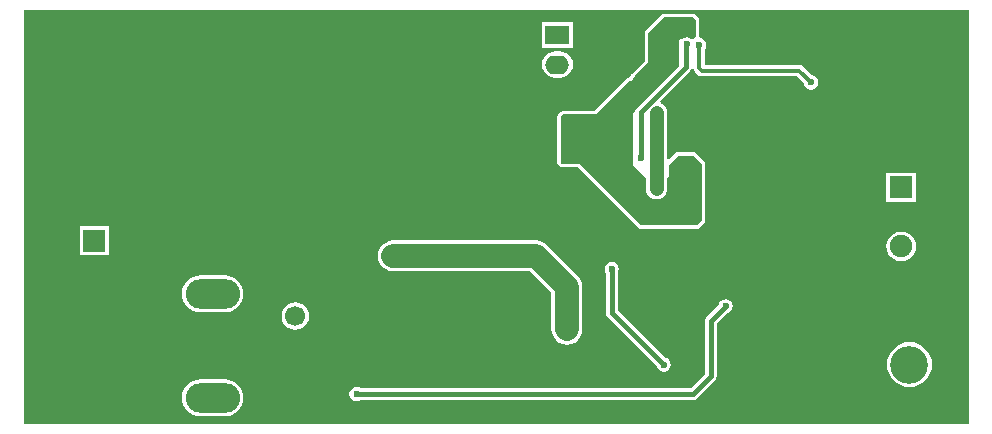
<source format=gbl>
G04*
G04 #@! TF.GenerationSoftware,Altium Limited,Altium Designer,20.2.4 (192)*
G04*
G04 Layer_Physical_Order=2*
G04 Layer_Color=16711680*
%FSLAX44Y44*%
%MOMM*%
G71*
G04*
G04 #@! TF.SameCoordinates,784D42F2-C5A6-4340-B429-8165139C0F3B*
G04*
G04*
G04 #@! TF.FilePolarity,Positive*
G04*
G01*
G75*
%ADD10C,0.5000*%
%ADD57C,1.9000*%
%ADD62C,0.3556*%
%ADD63C,0.3810*%
%ADD64R,1.9000X1.9000*%
%ADD65O,2.0000X1.6000*%
%ADD66R,2.0000X1.6000*%
%ADD67C,7.4000*%
%ADD68O,4.6000X2.5000*%
%ADD69C,1.7000*%
%ADD70R,1.7000X1.7000*%
%ADD71C,3.2000*%
%ADD72C,0.6000*%
%ADD73C,1.2000*%
%ADD74C,2.0000*%
G36*
X800000Y0D02*
X0D01*
Y350000D01*
X800000D01*
Y0D01*
D02*
G37*
%LPC*%
G36*
X465000Y340400D02*
X439000D01*
Y318400D01*
X465000D01*
Y340400D01*
D02*
G37*
G36*
X454000Y315095D02*
X450000D01*
X447128Y314717D01*
X444453Y313608D01*
X442155Y311845D01*
X440392Y309548D01*
X439283Y306872D01*
X438905Y304000D01*
X439283Y301128D01*
X440392Y298452D01*
X442155Y296155D01*
X444453Y294391D01*
X447128Y293283D01*
X450000Y292905D01*
X454000D01*
X456872Y293283D01*
X459548Y294391D01*
X461845Y296155D01*
X463609Y298452D01*
X464717Y301128D01*
X465095Y304000D01*
X464717Y306872D01*
X463609Y309548D01*
X461845Y311845D01*
X459548Y313608D01*
X456872Y314717D01*
X454000Y315095D01*
D02*
G37*
G36*
X567000Y347059D02*
X567000Y347059D01*
X542000D01*
X540830Y346826D01*
X539837Y346163D01*
X526837Y333163D01*
X526174Y332170D01*
X525941Y331000D01*
X525941Y331000D01*
Y307267D01*
X515083Y296409D01*
X514916Y296158D01*
X514703Y295945D01*
X514587Y295667D01*
X514420Y295417D01*
X514361Y295121D01*
X514265Y294890D01*
X513601Y293895D01*
X512607Y293231D01*
X512375Y293135D01*
X512080Y293076D01*
X511829Y292909D01*
X511551Y292793D01*
X511338Y292580D01*
X511087Y292413D01*
X483733Y265059D01*
X457000D01*
X457000Y265059D01*
X455829Y264826D01*
X454837Y264163D01*
X454837Y264163D01*
X452837Y262163D01*
X452837Y262163D01*
X452174Y261171D01*
X451941Y260000D01*
X451941Y260000D01*
Y221000D01*
X451941Y221000D01*
X452174Y219830D01*
X452837Y218837D01*
X452837Y218837D01*
X453837Y217837D01*
X454829Y217174D01*
X456000Y216941D01*
X456000Y216941D01*
X469733D01*
X520837Y165837D01*
X521829Y165174D01*
X523000Y164941D01*
X523000Y164941D01*
X570000D01*
X570000Y164941D01*
X571171Y165174D01*
X572163Y165837D01*
X572163Y165837D01*
X576163Y169837D01*
X576826Y170830D01*
X577059Y172000D01*
X577059Y172000D01*
Y220000D01*
X576826Y221171D01*
X576163Y222163D01*
X569163Y229163D01*
X568171Y229826D01*
X567000Y230059D01*
X567000Y230059D01*
X554000D01*
X552830Y229826D01*
X551837Y229163D01*
X546251Y223577D01*
X545078Y224063D01*
Y263000D01*
X544768Y265350D01*
X543861Y267539D01*
X542419Y269419D01*
X540539Y270861D01*
X539260Y271391D01*
X538962Y272889D01*
X564379Y298307D01*
X565463Y299929D01*
X565710Y301168D01*
X566979Y301083D01*
X566980Y301083D01*
X567351Y299219D01*
X568407Y297638D01*
X570490Y295555D01*
X570490Y295555D01*
X572070Y294499D01*
X573934Y294128D01*
X573935Y294128D01*
X654482D01*
X660574Y288036D01*
X660848Y286659D01*
X662174Y284674D01*
X664159Y283348D01*
X666500Y282882D01*
X668841Y283348D01*
X670826Y284674D01*
X672152Y286659D01*
X672618Y289000D01*
X672152Y291341D01*
X670826Y293326D01*
X668841Y294652D01*
X667464Y294926D01*
X659945Y302445D01*
X658364Y303501D01*
X656500Y303872D01*
X656500Y303872D01*
X576723D01*
Y317008D01*
X577503Y318176D01*
X577969Y320517D01*
X577503Y322858D01*
X576177Y324843D01*
X574192Y326169D01*
X572960Y326414D01*
X572032Y327867D01*
X572059Y328000D01*
X572059Y328000D01*
Y342000D01*
X571826Y343171D01*
X571163Y344163D01*
X569163Y346163D01*
X568171Y346826D01*
X567000Y347059D01*
D02*
G37*
G36*
X755500Y212500D02*
X730500D01*
Y187500D01*
X755500D01*
Y212500D01*
D02*
G37*
G36*
X72500Y167500D02*
X47500D01*
Y142500D01*
X72500D01*
Y167500D01*
D02*
G37*
G36*
X743000Y162608D02*
X739737Y162178D01*
X736696Y160919D01*
X734085Y158915D01*
X732081Y156304D01*
X730822Y153263D01*
X730392Y150000D01*
X730822Y146737D01*
X732081Y143696D01*
X734085Y141085D01*
X736696Y139081D01*
X739737Y137822D01*
X743000Y137392D01*
X746263Y137822D01*
X749304Y139081D01*
X751915Y141085D01*
X753919Y143696D01*
X755178Y146737D01*
X755608Y150000D01*
X755178Y153263D01*
X753919Y156304D01*
X751915Y158915D01*
X749304Y160919D01*
X746263Y162178D01*
X743000Y162608D01*
D02*
G37*
G36*
X170500Y125575D02*
X149500D01*
X146461Y125276D01*
X143540Y124389D01*
X140847Y122950D01*
X138487Y121013D01*
X136550Y118653D01*
X135111Y115960D01*
X134224Y113039D01*
X133925Y110000D01*
X134224Y106961D01*
X135111Y104040D01*
X136550Y101347D01*
X138487Y98987D01*
X140847Y97050D01*
X143540Y95611D01*
X146461Y94724D01*
X149500Y94425D01*
X170500D01*
X173538Y94724D01*
X176460Y95611D01*
X179153Y97050D01*
X181513Y98987D01*
X183450Y101347D01*
X184889Y104040D01*
X185776Y106961D01*
X186075Y110000D01*
X185776Y113039D01*
X184889Y115960D01*
X183450Y118653D01*
X181513Y121013D01*
X179153Y122950D01*
X176460Y124389D01*
X173538Y125276D01*
X170500Y125575D01*
D02*
G37*
G36*
X230000Y102599D02*
X226998Y102204D01*
X224200Y101045D01*
X221798Y99202D01*
X219955Y96800D01*
X218796Y94002D01*
X218401Y91000D01*
X218796Y87998D01*
X219955Y85200D01*
X221798Y82798D01*
X224200Y80955D01*
X226998Y79796D01*
X230000Y79401D01*
X233002Y79796D01*
X235800Y80955D01*
X238202Y82798D01*
X240045Y85200D01*
X241204Y87998D01*
X241599Y91000D01*
X241204Y94002D01*
X240045Y96800D01*
X238202Y99202D01*
X235800Y101045D01*
X233002Y102204D01*
X230000Y102599D01*
D02*
G37*
G36*
X434000Y155112D02*
X434000Y155112D01*
X313000D01*
X309606Y154665D01*
X306444Y153356D01*
X303728Y151272D01*
X301644Y148556D01*
X300335Y145394D01*
X299888Y142000D01*
X300335Y138606D01*
X301644Y135444D01*
X303728Y132728D01*
X306444Y130645D01*
X309606Y129335D01*
X313000Y128888D01*
X428569D01*
X446888Y110569D01*
Y80000D01*
X447335Y76606D01*
X448644Y73444D01*
X450728Y70728D01*
X453444Y68644D01*
X456606Y67335D01*
X460000Y66888D01*
X463394Y67335D01*
X466556Y68644D01*
X469272Y70728D01*
X471356Y73444D01*
X472665Y76606D01*
X473112Y80000D01*
Y116000D01*
X472665Y119394D01*
X471356Y122556D01*
X469272Y125272D01*
X443272Y151272D01*
X440556Y153356D01*
X437394Y154665D01*
X434000Y155112D01*
D02*
G37*
G36*
X498000Y137118D02*
X495659Y136652D01*
X493674Y135326D01*
X492348Y133341D01*
X491883Y131000D01*
X492348Y128659D01*
X492999Y127685D01*
Y94000D01*
X493380Y92086D01*
X494464Y90464D01*
X536120Y48808D01*
X536348Y47659D01*
X537674Y45674D01*
X539659Y44348D01*
X542000Y43882D01*
X544341Y44348D01*
X546326Y45674D01*
X547652Y47659D01*
X548117Y50000D01*
X547652Y52341D01*
X546326Y54326D01*
X544341Y55652D01*
X543192Y55880D01*
X503001Y96072D01*
Y127685D01*
X503652Y128659D01*
X504118Y131000D01*
X503652Y133341D01*
X502326Y135326D01*
X500341Y136652D01*
X498000Y137118D01*
D02*
G37*
G36*
X750000Y69092D02*
X746275Y68725D01*
X742694Y67639D01*
X739393Y65874D01*
X736500Y63500D01*
X734126Y60607D01*
X732361Y57306D01*
X731275Y53725D01*
X730908Y50000D01*
X731275Y46275D01*
X732361Y42694D01*
X734126Y39393D01*
X736500Y36500D01*
X739393Y34126D01*
X742694Y32361D01*
X746275Y31275D01*
X750000Y30908D01*
X753725Y31275D01*
X757306Y32361D01*
X760607Y34126D01*
X763500Y36500D01*
X765874Y39393D01*
X767639Y42694D01*
X768725Y46275D01*
X769092Y50000D01*
X768725Y53725D01*
X767639Y57306D01*
X765874Y60607D01*
X763500Y63500D01*
X760607Y65874D01*
X757306Y67639D01*
X753725Y68725D01*
X750000Y69092D01*
D02*
G37*
G36*
X594253Y105564D02*
X591912Y105098D01*
X589928Y103772D01*
X588601Y101787D01*
X588373Y100639D01*
X578464Y90729D01*
X577380Y89107D01*
X576999Y87193D01*
Y42071D01*
X564929Y30001D01*
X285315D01*
X284341Y30652D01*
X282000Y31117D01*
X279659Y30652D01*
X277674Y29326D01*
X276348Y27341D01*
X275882Y25000D01*
X276348Y22659D01*
X277674Y20674D01*
X279659Y19348D01*
X282000Y18882D01*
X284341Y19348D01*
X285315Y19999D01*
X567000D01*
X568914Y20380D01*
X570536Y21464D01*
X585536Y36464D01*
X586620Y38086D01*
X587001Y40000D01*
Y85121D01*
X595446Y93566D01*
X596595Y93794D01*
X598579Y95121D01*
X599905Y97105D01*
X600371Y99446D01*
X599905Y101787D01*
X598579Y103772D01*
X596595Y105098D01*
X594253Y105564D01*
D02*
G37*
G36*
X170500Y37575D02*
X149500D01*
X146461Y37276D01*
X143540Y36390D01*
X140847Y34950D01*
X138487Y33013D01*
X136550Y30653D01*
X135111Y27960D01*
X134224Y25039D01*
X133925Y22000D01*
X134224Y18961D01*
X135111Y16040D01*
X136550Y13347D01*
X138487Y10987D01*
X140847Y9050D01*
X143540Y7611D01*
X146461Y6724D01*
X149500Y6425D01*
X170500D01*
X173538Y6724D01*
X176460Y7611D01*
X179153Y9050D01*
X181513Y10987D01*
X183450Y13347D01*
X184889Y16040D01*
X185776Y18961D01*
X186075Y22000D01*
X185776Y25039D01*
X184889Y27960D01*
X183450Y30653D01*
X181513Y33013D01*
X179153Y34950D01*
X176460Y36390D01*
X173538Y37276D01*
X170500Y37575D01*
D02*
G37*
%LPD*%
G36*
X569000Y342000D02*
Y328000D01*
X567000Y326000D01*
X564922D01*
X563603Y326881D01*
X561262Y327347D01*
X558921Y326881D01*
X557602Y326000D01*
X556000D01*
X555000Y325000D01*
X555000Y303072D01*
X528385Y276457D01*
X528361Y276441D01*
X522559Y270639D01*
X522543Y270616D01*
X518964Y267036D01*
X517880Y265414D01*
X517747Y264747D01*
X516000Y263000D01*
X516000Y219000D01*
X526922Y208078D01*
Y199000D01*
X527232Y196651D01*
X528139Y194461D01*
X529581Y192581D01*
X531461Y191139D01*
X533651Y190232D01*
X536000Y189922D01*
X538349Y190232D01*
X540539Y191139D01*
X542419Y192581D01*
X543861Y194461D01*
X544768Y196651D01*
X545078Y199000D01*
Y208078D01*
X546000Y209000D01*
Y219000D01*
X554000Y227000D01*
X567000D01*
X574000Y220000D01*
Y172000D01*
X570000Y168000D01*
X523000D01*
X471000Y220000D01*
X456000D01*
X455000Y221000D01*
Y260000D01*
X457000Y262000D01*
X485000D01*
X513250Y290250D01*
X513821Y290364D01*
X515806Y291690D01*
X517132Y293675D01*
X517246Y294246D01*
X529000Y306000D01*
Y331000D01*
X542000Y344000D01*
X567000D01*
X569000Y342000D01*
D02*
G37*
D10*
X460000Y230000D02*
Y240000D01*
Y250000D01*
X470000D01*
Y240000D02*
Y250000D01*
Y230000D02*
Y240000D01*
X557500Y207500D02*
X557771D01*
X562579Y202691D01*
X567309D01*
X567500Y202500D01*
Y215000D01*
X557229Y207500D02*
X557500D01*
X567500Y277500D02*
Y287500D01*
X577500D01*
Y267500D02*
X587500D01*
D57*
X743000Y150000D02*
D03*
X60000Y205000D02*
D03*
D62*
X656500Y299000D02*
X666500Y289000D01*
X571851Y301083D02*
X573934Y299000D01*
X571851Y301083D02*
Y320517D01*
X573934Y299000D02*
X656500D01*
D63*
X526095Y267095D02*
Y267103D01*
X522500Y263500D02*
X526095Y267095D01*
X522500Y225000D02*
Y263500D01*
X526095Y267103D02*
X531897Y272905D01*
X531905D01*
X560843Y301843D02*
Y320811D01*
X531905Y272905D02*
X560843Y301843D01*
Y320811D02*
X561262Y321230D01*
X282000Y25000D02*
X567000D01*
X498000Y94000D02*
X542000Y50000D01*
X498000Y94000D02*
Y131000D01*
X567000Y25000D02*
X582000Y40000D01*
Y87193D01*
X594253Y99446D01*
D64*
X743000Y200000D02*
D03*
X60000Y155000D02*
D03*
D65*
X452000Y278600D02*
D03*
Y304000D02*
D03*
D66*
Y329400D02*
D03*
D67*
X750000Y300000D02*
D03*
X50000D02*
D03*
Y50000D02*
D03*
D68*
X160000Y110000D02*
D03*
Y22000D02*
D03*
D69*
X230000Y91000D02*
D03*
Y66000D02*
D03*
D70*
Y41000D02*
D03*
D71*
X750000Y50000D02*
D03*
D72*
X456001Y92030D02*
D03*
X456000Y101000D02*
D03*
X464000Y92000D02*
D03*
Y101000D02*
D03*
X351000Y147000D02*
D03*
Y138000D02*
D03*
X360000D02*
D03*
Y147000D02*
D03*
X536000Y244000D02*
D03*
Y253000D02*
D03*
Y263000D02*
D03*
Y215000D02*
D03*
X536000Y207000D02*
D03*
X536000Y199000D02*
D03*
X542000Y333000D02*
D03*
X552000D02*
D03*
X562541D02*
D03*
X567500Y215000D02*
D03*
Y202500D02*
D03*
X557500Y207500D02*
D03*
X666500Y289000D02*
D03*
X511480Y296016D02*
D03*
X470000Y191000D02*
D03*
X460000Y230000D02*
D03*
Y240000D02*
D03*
Y250000D02*
D03*
X470000D02*
D03*
Y240000D02*
D03*
Y230000D02*
D03*
X282000Y25000D02*
D03*
X258000Y152650D02*
D03*
X567500Y267500D02*
D03*
X577500Y287500D02*
D03*
X587500Y277500D02*
D03*
X561262Y321230D02*
D03*
X571851Y320517D02*
D03*
X517000Y90000D02*
D03*
X572000Y138000D02*
D03*
X574000Y71000D02*
D03*
X662000Y150000D02*
D03*
X522500Y225000D02*
D03*
X606817Y333784D02*
D03*
X595433Y173821D02*
D03*
X577500Y277500D02*
D03*
X587500Y267500D02*
D03*
Y287500D02*
D03*
X567500Y277500D02*
D03*
Y287500D02*
D03*
X577500Y267500D02*
D03*
X498000Y131000D02*
D03*
X309000Y89000D02*
D03*
X266000Y24000D02*
D03*
X608000Y212000D02*
D03*
X662000Y104000D02*
D03*
X665000Y74000D02*
D03*
X652000Y12000D02*
D03*
X200000Y160000D02*
D03*
X390000Y40000D02*
D03*
X345000Y88000D02*
D03*
X460000Y80000D02*
D03*
X313000Y142000D02*
D03*
X542000Y50000D02*
D03*
X594253Y99446D02*
D03*
D73*
X536000Y199000D02*
Y263000D01*
D74*
X460000Y80000D02*
Y116000D01*
X434000Y142000D02*
X460000Y116000D01*
X313000Y142000D02*
X434000D01*
M02*

</source>
